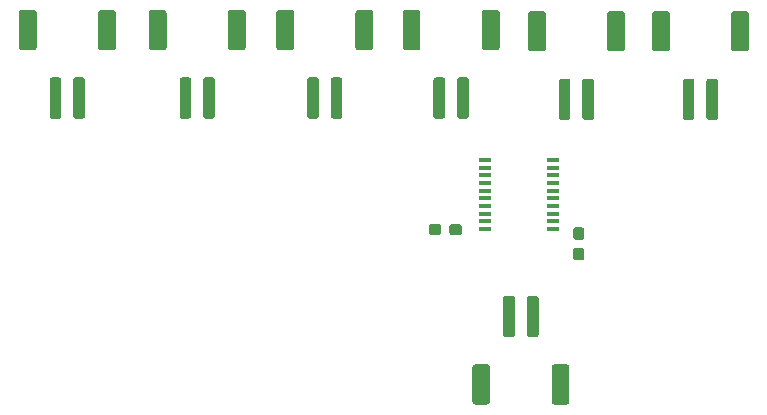
<source format=gtp>
G04 #@! TF.GenerationSoftware,KiCad,Pcbnew,(5.1.5-0)*
G04 #@! TF.CreationDate,2022-06-07T15:44:26-06:00*
G04 #@! TF.ProjectId,low_power_heater,6c6f775f-706f-4776-9572-5f6865617465,rev?*
G04 #@! TF.SameCoordinates,Original*
G04 #@! TF.FileFunction,Paste,Top*
G04 #@! TF.FilePolarity,Positive*
%FSLAX46Y46*%
G04 Gerber Fmt 4.6, Leading zero omitted, Abs format (unit mm)*
G04 Created by KiCad (PCBNEW (5.1.5-0)) date 2022-06-07 15:44:26*
%MOMM*%
%LPD*%
G04 APERTURE LIST*
%ADD10C,0.100000*%
%ADD11R,1.000000X0.400000*%
G04 APERTURE END LIST*
D10*
G36*
X73174504Y-69401204D02*
G01*
X73198773Y-69404804D01*
X73222571Y-69410765D01*
X73245671Y-69419030D01*
X73267849Y-69429520D01*
X73288893Y-69442133D01*
X73308598Y-69456747D01*
X73326777Y-69473223D01*
X73343253Y-69491402D01*
X73357867Y-69511107D01*
X73370480Y-69532151D01*
X73380970Y-69554329D01*
X73389235Y-69577429D01*
X73395196Y-69601227D01*
X73398796Y-69625496D01*
X73400000Y-69650000D01*
X73400000Y-72550000D01*
X73398796Y-72574504D01*
X73395196Y-72598773D01*
X73389235Y-72622571D01*
X73380970Y-72645671D01*
X73370480Y-72667849D01*
X73357867Y-72688893D01*
X73343253Y-72708598D01*
X73326777Y-72726777D01*
X73308598Y-72743253D01*
X73288893Y-72757867D01*
X73267849Y-72770480D01*
X73245671Y-72780970D01*
X73222571Y-72789235D01*
X73198773Y-72795196D01*
X73174504Y-72798796D01*
X73150000Y-72800000D01*
X72150000Y-72800000D01*
X72125496Y-72798796D01*
X72101227Y-72795196D01*
X72077429Y-72789235D01*
X72054329Y-72780970D01*
X72032151Y-72770480D01*
X72011107Y-72757867D01*
X71991402Y-72743253D01*
X71973223Y-72726777D01*
X71956747Y-72708598D01*
X71942133Y-72688893D01*
X71929520Y-72667849D01*
X71919030Y-72645671D01*
X71910765Y-72622571D01*
X71904804Y-72598773D01*
X71901204Y-72574504D01*
X71900000Y-72550000D01*
X71900000Y-69650000D01*
X71901204Y-69625496D01*
X71904804Y-69601227D01*
X71910765Y-69577429D01*
X71919030Y-69554329D01*
X71929520Y-69532151D01*
X71942133Y-69511107D01*
X71956747Y-69491402D01*
X71973223Y-69473223D01*
X71991402Y-69456747D01*
X72011107Y-69442133D01*
X72032151Y-69429520D01*
X72054329Y-69419030D01*
X72077429Y-69410765D01*
X72101227Y-69404804D01*
X72125496Y-69401204D01*
X72150000Y-69400000D01*
X73150000Y-69400000D01*
X73174504Y-69401204D01*
G37*
G36*
X79874504Y-69401204D02*
G01*
X79898773Y-69404804D01*
X79922571Y-69410765D01*
X79945671Y-69419030D01*
X79967849Y-69429520D01*
X79988893Y-69442133D01*
X80008598Y-69456747D01*
X80026777Y-69473223D01*
X80043253Y-69491402D01*
X80057867Y-69511107D01*
X80070480Y-69532151D01*
X80080970Y-69554329D01*
X80089235Y-69577429D01*
X80095196Y-69601227D01*
X80098796Y-69625496D01*
X80100000Y-69650000D01*
X80100000Y-72550000D01*
X80098796Y-72574504D01*
X80095196Y-72598773D01*
X80089235Y-72622571D01*
X80080970Y-72645671D01*
X80070480Y-72667849D01*
X80057867Y-72688893D01*
X80043253Y-72708598D01*
X80026777Y-72726777D01*
X80008598Y-72743253D01*
X79988893Y-72757867D01*
X79967849Y-72770480D01*
X79945671Y-72780970D01*
X79922571Y-72789235D01*
X79898773Y-72795196D01*
X79874504Y-72798796D01*
X79850000Y-72800000D01*
X78850000Y-72800000D01*
X78825496Y-72798796D01*
X78801227Y-72795196D01*
X78777429Y-72789235D01*
X78754329Y-72780970D01*
X78732151Y-72770480D01*
X78711107Y-72757867D01*
X78691402Y-72743253D01*
X78673223Y-72726777D01*
X78656747Y-72708598D01*
X78642133Y-72688893D01*
X78629520Y-72667849D01*
X78619030Y-72645671D01*
X78610765Y-72622571D01*
X78604804Y-72598773D01*
X78601204Y-72574504D01*
X78600000Y-72550000D01*
X78600000Y-69650000D01*
X78601204Y-69625496D01*
X78604804Y-69601227D01*
X78610765Y-69577429D01*
X78619030Y-69554329D01*
X78629520Y-69532151D01*
X78642133Y-69511107D01*
X78656747Y-69491402D01*
X78673223Y-69473223D01*
X78691402Y-69456747D01*
X78711107Y-69442133D01*
X78732151Y-69429520D01*
X78754329Y-69419030D01*
X78777429Y-69410765D01*
X78801227Y-69404804D01*
X78825496Y-69401204D01*
X78850000Y-69400000D01*
X79850000Y-69400000D01*
X79874504Y-69401204D01*
G37*
G36*
X75274504Y-75101204D02*
G01*
X75298773Y-75104804D01*
X75322571Y-75110765D01*
X75345671Y-75119030D01*
X75367849Y-75129520D01*
X75388893Y-75142133D01*
X75408598Y-75156747D01*
X75426777Y-75173223D01*
X75443253Y-75191402D01*
X75457867Y-75211107D01*
X75470480Y-75232151D01*
X75480970Y-75254329D01*
X75489235Y-75277429D01*
X75495196Y-75301227D01*
X75498796Y-75325496D01*
X75500000Y-75350000D01*
X75500000Y-78350000D01*
X75498796Y-78374504D01*
X75495196Y-78398773D01*
X75489235Y-78422571D01*
X75480970Y-78445671D01*
X75470480Y-78467849D01*
X75457867Y-78488893D01*
X75443253Y-78508598D01*
X75426777Y-78526777D01*
X75408598Y-78543253D01*
X75388893Y-78557867D01*
X75367849Y-78570480D01*
X75345671Y-78580970D01*
X75322571Y-78589235D01*
X75298773Y-78595196D01*
X75274504Y-78598796D01*
X75250000Y-78600000D01*
X74750000Y-78600000D01*
X74725496Y-78598796D01*
X74701227Y-78595196D01*
X74677429Y-78589235D01*
X74654329Y-78580970D01*
X74632151Y-78570480D01*
X74611107Y-78557867D01*
X74591402Y-78543253D01*
X74573223Y-78526777D01*
X74556747Y-78508598D01*
X74542133Y-78488893D01*
X74529520Y-78467849D01*
X74519030Y-78445671D01*
X74510765Y-78422571D01*
X74504804Y-78398773D01*
X74501204Y-78374504D01*
X74500000Y-78350000D01*
X74500000Y-75350000D01*
X74501204Y-75325496D01*
X74504804Y-75301227D01*
X74510765Y-75277429D01*
X74519030Y-75254329D01*
X74529520Y-75232151D01*
X74542133Y-75211107D01*
X74556747Y-75191402D01*
X74573223Y-75173223D01*
X74591402Y-75156747D01*
X74611107Y-75142133D01*
X74632151Y-75129520D01*
X74654329Y-75119030D01*
X74677429Y-75110765D01*
X74701227Y-75104804D01*
X74725496Y-75101204D01*
X74750000Y-75100000D01*
X75250000Y-75100000D01*
X75274504Y-75101204D01*
G37*
G36*
X77274504Y-75101204D02*
G01*
X77298773Y-75104804D01*
X77322571Y-75110765D01*
X77345671Y-75119030D01*
X77367849Y-75129520D01*
X77388893Y-75142133D01*
X77408598Y-75156747D01*
X77426777Y-75173223D01*
X77443253Y-75191402D01*
X77457867Y-75211107D01*
X77470480Y-75232151D01*
X77480970Y-75254329D01*
X77489235Y-75277429D01*
X77495196Y-75301227D01*
X77498796Y-75325496D01*
X77500000Y-75350000D01*
X77500000Y-78350000D01*
X77498796Y-78374504D01*
X77495196Y-78398773D01*
X77489235Y-78422571D01*
X77480970Y-78445671D01*
X77470480Y-78467849D01*
X77457867Y-78488893D01*
X77443253Y-78508598D01*
X77426777Y-78526777D01*
X77408598Y-78543253D01*
X77388893Y-78557867D01*
X77367849Y-78570480D01*
X77345671Y-78580970D01*
X77322571Y-78589235D01*
X77298773Y-78595196D01*
X77274504Y-78598796D01*
X77250000Y-78600000D01*
X76750000Y-78600000D01*
X76725496Y-78598796D01*
X76701227Y-78595196D01*
X76677429Y-78589235D01*
X76654329Y-78580970D01*
X76632151Y-78570480D01*
X76611107Y-78557867D01*
X76591402Y-78543253D01*
X76573223Y-78526777D01*
X76556747Y-78508598D01*
X76542133Y-78488893D01*
X76529520Y-78467849D01*
X76519030Y-78445671D01*
X76510765Y-78422571D01*
X76504804Y-78398773D01*
X76501204Y-78374504D01*
X76500000Y-78350000D01*
X76500000Y-75350000D01*
X76501204Y-75325496D01*
X76504804Y-75301227D01*
X76510765Y-75277429D01*
X76519030Y-75254329D01*
X76529520Y-75232151D01*
X76542133Y-75211107D01*
X76556747Y-75191402D01*
X76573223Y-75173223D01*
X76591402Y-75156747D01*
X76611107Y-75142133D01*
X76632151Y-75129520D01*
X76654329Y-75119030D01*
X76677429Y-75110765D01*
X76701227Y-75104804D01*
X76725496Y-75101204D01*
X76750000Y-75100000D01*
X77250000Y-75100000D01*
X77274504Y-75101204D01*
G37*
G36*
X84174504Y-69401204D02*
G01*
X84198773Y-69404804D01*
X84222571Y-69410765D01*
X84245671Y-69419030D01*
X84267849Y-69429520D01*
X84288893Y-69442133D01*
X84308598Y-69456747D01*
X84326777Y-69473223D01*
X84343253Y-69491402D01*
X84357867Y-69511107D01*
X84370480Y-69532151D01*
X84380970Y-69554329D01*
X84389235Y-69577429D01*
X84395196Y-69601227D01*
X84398796Y-69625496D01*
X84400000Y-69650000D01*
X84400000Y-72550000D01*
X84398796Y-72574504D01*
X84395196Y-72598773D01*
X84389235Y-72622571D01*
X84380970Y-72645671D01*
X84370480Y-72667849D01*
X84357867Y-72688893D01*
X84343253Y-72708598D01*
X84326777Y-72726777D01*
X84308598Y-72743253D01*
X84288893Y-72757867D01*
X84267849Y-72770480D01*
X84245671Y-72780970D01*
X84222571Y-72789235D01*
X84198773Y-72795196D01*
X84174504Y-72798796D01*
X84150000Y-72800000D01*
X83150000Y-72800000D01*
X83125496Y-72798796D01*
X83101227Y-72795196D01*
X83077429Y-72789235D01*
X83054329Y-72780970D01*
X83032151Y-72770480D01*
X83011107Y-72757867D01*
X82991402Y-72743253D01*
X82973223Y-72726777D01*
X82956747Y-72708598D01*
X82942133Y-72688893D01*
X82929520Y-72667849D01*
X82919030Y-72645671D01*
X82910765Y-72622571D01*
X82904804Y-72598773D01*
X82901204Y-72574504D01*
X82900000Y-72550000D01*
X82900000Y-69650000D01*
X82901204Y-69625496D01*
X82904804Y-69601227D01*
X82910765Y-69577429D01*
X82919030Y-69554329D01*
X82929520Y-69532151D01*
X82942133Y-69511107D01*
X82956747Y-69491402D01*
X82973223Y-69473223D01*
X82991402Y-69456747D01*
X83011107Y-69442133D01*
X83032151Y-69429520D01*
X83054329Y-69419030D01*
X83077429Y-69410765D01*
X83101227Y-69404804D01*
X83125496Y-69401204D01*
X83150000Y-69400000D01*
X84150000Y-69400000D01*
X84174504Y-69401204D01*
G37*
G36*
X90874504Y-69401204D02*
G01*
X90898773Y-69404804D01*
X90922571Y-69410765D01*
X90945671Y-69419030D01*
X90967849Y-69429520D01*
X90988893Y-69442133D01*
X91008598Y-69456747D01*
X91026777Y-69473223D01*
X91043253Y-69491402D01*
X91057867Y-69511107D01*
X91070480Y-69532151D01*
X91080970Y-69554329D01*
X91089235Y-69577429D01*
X91095196Y-69601227D01*
X91098796Y-69625496D01*
X91100000Y-69650000D01*
X91100000Y-72550000D01*
X91098796Y-72574504D01*
X91095196Y-72598773D01*
X91089235Y-72622571D01*
X91080970Y-72645671D01*
X91070480Y-72667849D01*
X91057867Y-72688893D01*
X91043253Y-72708598D01*
X91026777Y-72726777D01*
X91008598Y-72743253D01*
X90988893Y-72757867D01*
X90967849Y-72770480D01*
X90945671Y-72780970D01*
X90922571Y-72789235D01*
X90898773Y-72795196D01*
X90874504Y-72798796D01*
X90850000Y-72800000D01*
X89850000Y-72800000D01*
X89825496Y-72798796D01*
X89801227Y-72795196D01*
X89777429Y-72789235D01*
X89754329Y-72780970D01*
X89732151Y-72770480D01*
X89711107Y-72757867D01*
X89691402Y-72743253D01*
X89673223Y-72726777D01*
X89656747Y-72708598D01*
X89642133Y-72688893D01*
X89629520Y-72667849D01*
X89619030Y-72645671D01*
X89610765Y-72622571D01*
X89604804Y-72598773D01*
X89601204Y-72574504D01*
X89600000Y-72550000D01*
X89600000Y-69650000D01*
X89601204Y-69625496D01*
X89604804Y-69601227D01*
X89610765Y-69577429D01*
X89619030Y-69554329D01*
X89629520Y-69532151D01*
X89642133Y-69511107D01*
X89656747Y-69491402D01*
X89673223Y-69473223D01*
X89691402Y-69456747D01*
X89711107Y-69442133D01*
X89732151Y-69429520D01*
X89754329Y-69419030D01*
X89777429Y-69410765D01*
X89801227Y-69404804D01*
X89825496Y-69401204D01*
X89850000Y-69400000D01*
X90850000Y-69400000D01*
X90874504Y-69401204D01*
G37*
G36*
X86274504Y-75101204D02*
G01*
X86298773Y-75104804D01*
X86322571Y-75110765D01*
X86345671Y-75119030D01*
X86367849Y-75129520D01*
X86388893Y-75142133D01*
X86408598Y-75156747D01*
X86426777Y-75173223D01*
X86443253Y-75191402D01*
X86457867Y-75211107D01*
X86470480Y-75232151D01*
X86480970Y-75254329D01*
X86489235Y-75277429D01*
X86495196Y-75301227D01*
X86498796Y-75325496D01*
X86500000Y-75350000D01*
X86500000Y-78350000D01*
X86498796Y-78374504D01*
X86495196Y-78398773D01*
X86489235Y-78422571D01*
X86480970Y-78445671D01*
X86470480Y-78467849D01*
X86457867Y-78488893D01*
X86443253Y-78508598D01*
X86426777Y-78526777D01*
X86408598Y-78543253D01*
X86388893Y-78557867D01*
X86367849Y-78570480D01*
X86345671Y-78580970D01*
X86322571Y-78589235D01*
X86298773Y-78595196D01*
X86274504Y-78598796D01*
X86250000Y-78600000D01*
X85750000Y-78600000D01*
X85725496Y-78598796D01*
X85701227Y-78595196D01*
X85677429Y-78589235D01*
X85654329Y-78580970D01*
X85632151Y-78570480D01*
X85611107Y-78557867D01*
X85591402Y-78543253D01*
X85573223Y-78526777D01*
X85556747Y-78508598D01*
X85542133Y-78488893D01*
X85529520Y-78467849D01*
X85519030Y-78445671D01*
X85510765Y-78422571D01*
X85504804Y-78398773D01*
X85501204Y-78374504D01*
X85500000Y-78350000D01*
X85500000Y-75350000D01*
X85501204Y-75325496D01*
X85504804Y-75301227D01*
X85510765Y-75277429D01*
X85519030Y-75254329D01*
X85529520Y-75232151D01*
X85542133Y-75211107D01*
X85556747Y-75191402D01*
X85573223Y-75173223D01*
X85591402Y-75156747D01*
X85611107Y-75142133D01*
X85632151Y-75129520D01*
X85654329Y-75119030D01*
X85677429Y-75110765D01*
X85701227Y-75104804D01*
X85725496Y-75101204D01*
X85750000Y-75100000D01*
X86250000Y-75100000D01*
X86274504Y-75101204D01*
G37*
G36*
X88274504Y-75101204D02*
G01*
X88298773Y-75104804D01*
X88322571Y-75110765D01*
X88345671Y-75119030D01*
X88367849Y-75129520D01*
X88388893Y-75142133D01*
X88408598Y-75156747D01*
X88426777Y-75173223D01*
X88443253Y-75191402D01*
X88457867Y-75211107D01*
X88470480Y-75232151D01*
X88480970Y-75254329D01*
X88489235Y-75277429D01*
X88495196Y-75301227D01*
X88498796Y-75325496D01*
X88500000Y-75350000D01*
X88500000Y-78350000D01*
X88498796Y-78374504D01*
X88495196Y-78398773D01*
X88489235Y-78422571D01*
X88480970Y-78445671D01*
X88470480Y-78467849D01*
X88457867Y-78488893D01*
X88443253Y-78508598D01*
X88426777Y-78526777D01*
X88408598Y-78543253D01*
X88388893Y-78557867D01*
X88367849Y-78570480D01*
X88345671Y-78580970D01*
X88322571Y-78589235D01*
X88298773Y-78595196D01*
X88274504Y-78598796D01*
X88250000Y-78600000D01*
X87750000Y-78600000D01*
X87725496Y-78598796D01*
X87701227Y-78595196D01*
X87677429Y-78589235D01*
X87654329Y-78580970D01*
X87632151Y-78570480D01*
X87611107Y-78557867D01*
X87591402Y-78543253D01*
X87573223Y-78526777D01*
X87556747Y-78508598D01*
X87542133Y-78488893D01*
X87529520Y-78467849D01*
X87519030Y-78445671D01*
X87510765Y-78422571D01*
X87504804Y-78398773D01*
X87501204Y-78374504D01*
X87500000Y-78350000D01*
X87500000Y-75350000D01*
X87501204Y-75325496D01*
X87504804Y-75301227D01*
X87510765Y-75277429D01*
X87519030Y-75254329D01*
X87529520Y-75232151D01*
X87542133Y-75211107D01*
X87556747Y-75191402D01*
X87573223Y-75173223D01*
X87591402Y-75156747D01*
X87611107Y-75142133D01*
X87632151Y-75129520D01*
X87654329Y-75119030D01*
X87677429Y-75110765D01*
X87701227Y-75104804D01*
X87725496Y-75101204D01*
X87750000Y-75100000D01*
X88250000Y-75100000D01*
X88274504Y-75101204D01*
G37*
G36*
X94974504Y-69401204D02*
G01*
X94998773Y-69404804D01*
X95022571Y-69410765D01*
X95045671Y-69419030D01*
X95067849Y-69429520D01*
X95088893Y-69442133D01*
X95108598Y-69456747D01*
X95126777Y-69473223D01*
X95143253Y-69491402D01*
X95157867Y-69511107D01*
X95170480Y-69532151D01*
X95180970Y-69554329D01*
X95189235Y-69577429D01*
X95195196Y-69601227D01*
X95198796Y-69625496D01*
X95200000Y-69650000D01*
X95200000Y-72550000D01*
X95198796Y-72574504D01*
X95195196Y-72598773D01*
X95189235Y-72622571D01*
X95180970Y-72645671D01*
X95170480Y-72667849D01*
X95157867Y-72688893D01*
X95143253Y-72708598D01*
X95126777Y-72726777D01*
X95108598Y-72743253D01*
X95088893Y-72757867D01*
X95067849Y-72770480D01*
X95045671Y-72780970D01*
X95022571Y-72789235D01*
X94998773Y-72795196D01*
X94974504Y-72798796D01*
X94950000Y-72800000D01*
X93950000Y-72800000D01*
X93925496Y-72798796D01*
X93901227Y-72795196D01*
X93877429Y-72789235D01*
X93854329Y-72780970D01*
X93832151Y-72770480D01*
X93811107Y-72757867D01*
X93791402Y-72743253D01*
X93773223Y-72726777D01*
X93756747Y-72708598D01*
X93742133Y-72688893D01*
X93729520Y-72667849D01*
X93719030Y-72645671D01*
X93710765Y-72622571D01*
X93704804Y-72598773D01*
X93701204Y-72574504D01*
X93700000Y-72550000D01*
X93700000Y-69650000D01*
X93701204Y-69625496D01*
X93704804Y-69601227D01*
X93710765Y-69577429D01*
X93719030Y-69554329D01*
X93729520Y-69532151D01*
X93742133Y-69511107D01*
X93756747Y-69491402D01*
X93773223Y-69473223D01*
X93791402Y-69456747D01*
X93811107Y-69442133D01*
X93832151Y-69429520D01*
X93854329Y-69419030D01*
X93877429Y-69410765D01*
X93901227Y-69404804D01*
X93925496Y-69401204D01*
X93950000Y-69400000D01*
X94950000Y-69400000D01*
X94974504Y-69401204D01*
G37*
G36*
X101674504Y-69401204D02*
G01*
X101698773Y-69404804D01*
X101722571Y-69410765D01*
X101745671Y-69419030D01*
X101767849Y-69429520D01*
X101788893Y-69442133D01*
X101808598Y-69456747D01*
X101826777Y-69473223D01*
X101843253Y-69491402D01*
X101857867Y-69511107D01*
X101870480Y-69532151D01*
X101880970Y-69554329D01*
X101889235Y-69577429D01*
X101895196Y-69601227D01*
X101898796Y-69625496D01*
X101900000Y-69650000D01*
X101900000Y-72550000D01*
X101898796Y-72574504D01*
X101895196Y-72598773D01*
X101889235Y-72622571D01*
X101880970Y-72645671D01*
X101870480Y-72667849D01*
X101857867Y-72688893D01*
X101843253Y-72708598D01*
X101826777Y-72726777D01*
X101808598Y-72743253D01*
X101788893Y-72757867D01*
X101767849Y-72770480D01*
X101745671Y-72780970D01*
X101722571Y-72789235D01*
X101698773Y-72795196D01*
X101674504Y-72798796D01*
X101650000Y-72800000D01*
X100650000Y-72800000D01*
X100625496Y-72798796D01*
X100601227Y-72795196D01*
X100577429Y-72789235D01*
X100554329Y-72780970D01*
X100532151Y-72770480D01*
X100511107Y-72757867D01*
X100491402Y-72743253D01*
X100473223Y-72726777D01*
X100456747Y-72708598D01*
X100442133Y-72688893D01*
X100429520Y-72667849D01*
X100419030Y-72645671D01*
X100410765Y-72622571D01*
X100404804Y-72598773D01*
X100401204Y-72574504D01*
X100400000Y-72550000D01*
X100400000Y-69650000D01*
X100401204Y-69625496D01*
X100404804Y-69601227D01*
X100410765Y-69577429D01*
X100419030Y-69554329D01*
X100429520Y-69532151D01*
X100442133Y-69511107D01*
X100456747Y-69491402D01*
X100473223Y-69473223D01*
X100491402Y-69456747D01*
X100511107Y-69442133D01*
X100532151Y-69429520D01*
X100554329Y-69419030D01*
X100577429Y-69410765D01*
X100601227Y-69404804D01*
X100625496Y-69401204D01*
X100650000Y-69400000D01*
X101650000Y-69400000D01*
X101674504Y-69401204D01*
G37*
G36*
X97074504Y-75101204D02*
G01*
X97098773Y-75104804D01*
X97122571Y-75110765D01*
X97145671Y-75119030D01*
X97167849Y-75129520D01*
X97188893Y-75142133D01*
X97208598Y-75156747D01*
X97226777Y-75173223D01*
X97243253Y-75191402D01*
X97257867Y-75211107D01*
X97270480Y-75232151D01*
X97280970Y-75254329D01*
X97289235Y-75277429D01*
X97295196Y-75301227D01*
X97298796Y-75325496D01*
X97300000Y-75350000D01*
X97300000Y-78350000D01*
X97298796Y-78374504D01*
X97295196Y-78398773D01*
X97289235Y-78422571D01*
X97280970Y-78445671D01*
X97270480Y-78467849D01*
X97257867Y-78488893D01*
X97243253Y-78508598D01*
X97226777Y-78526777D01*
X97208598Y-78543253D01*
X97188893Y-78557867D01*
X97167849Y-78570480D01*
X97145671Y-78580970D01*
X97122571Y-78589235D01*
X97098773Y-78595196D01*
X97074504Y-78598796D01*
X97050000Y-78600000D01*
X96550000Y-78600000D01*
X96525496Y-78598796D01*
X96501227Y-78595196D01*
X96477429Y-78589235D01*
X96454329Y-78580970D01*
X96432151Y-78570480D01*
X96411107Y-78557867D01*
X96391402Y-78543253D01*
X96373223Y-78526777D01*
X96356747Y-78508598D01*
X96342133Y-78488893D01*
X96329520Y-78467849D01*
X96319030Y-78445671D01*
X96310765Y-78422571D01*
X96304804Y-78398773D01*
X96301204Y-78374504D01*
X96300000Y-78350000D01*
X96300000Y-75350000D01*
X96301204Y-75325496D01*
X96304804Y-75301227D01*
X96310765Y-75277429D01*
X96319030Y-75254329D01*
X96329520Y-75232151D01*
X96342133Y-75211107D01*
X96356747Y-75191402D01*
X96373223Y-75173223D01*
X96391402Y-75156747D01*
X96411107Y-75142133D01*
X96432151Y-75129520D01*
X96454329Y-75119030D01*
X96477429Y-75110765D01*
X96501227Y-75104804D01*
X96525496Y-75101204D01*
X96550000Y-75100000D01*
X97050000Y-75100000D01*
X97074504Y-75101204D01*
G37*
G36*
X99074504Y-75101204D02*
G01*
X99098773Y-75104804D01*
X99122571Y-75110765D01*
X99145671Y-75119030D01*
X99167849Y-75129520D01*
X99188893Y-75142133D01*
X99208598Y-75156747D01*
X99226777Y-75173223D01*
X99243253Y-75191402D01*
X99257867Y-75211107D01*
X99270480Y-75232151D01*
X99280970Y-75254329D01*
X99289235Y-75277429D01*
X99295196Y-75301227D01*
X99298796Y-75325496D01*
X99300000Y-75350000D01*
X99300000Y-78350000D01*
X99298796Y-78374504D01*
X99295196Y-78398773D01*
X99289235Y-78422571D01*
X99280970Y-78445671D01*
X99270480Y-78467849D01*
X99257867Y-78488893D01*
X99243253Y-78508598D01*
X99226777Y-78526777D01*
X99208598Y-78543253D01*
X99188893Y-78557867D01*
X99167849Y-78570480D01*
X99145671Y-78580970D01*
X99122571Y-78589235D01*
X99098773Y-78595196D01*
X99074504Y-78598796D01*
X99050000Y-78600000D01*
X98550000Y-78600000D01*
X98525496Y-78598796D01*
X98501227Y-78595196D01*
X98477429Y-78589235D01*
X98454329Y-78580970D01*
X98432151Y-78570480D01*
X98411107Y-78557867D01*
X98391402Y-78543253D01*
X98373223Y-78526777D01*
X98356747Y-78508598D01*
X98342133Y-78488893D01*
X98329520Y-78467849D01*
X98319030Y-78445671D01*
X98310765Y-78422571D01*
X98304804Y-78398773D01*
X98301204Y-78374504D01*
X98300000Y-78350000D01*
X98300000Y-75350000D01*
X98301204Y-75325496D01*
X98304804Y-75301227D01*
X98310765Y-75277429D01*
X98319030Y-75254329D01*
X98329520Y-75232151D01*
X98342133Y-75211107D01*
X98356747Y-75191402D01*
X98373223Y-75173223D01*
X98391402Y-75156747D01*
X98411107Y-75142133D01*
X98432151Y-75129520D01*
X98454329Y-75119030D01*
X98477429Y-75110765D01*
X98501227Y-75104804D01*
X98525496Y-75101204D01*
X98550000Y-75100000D01*
X99050000Y-75100000D01*
X99074504Y-75101204D01*
G37*
G36*
X105674504Y-69401204D02*
G01*
X105698773Y-69404804D01*
X105722571Y-69410765D01*
X105745671Y-69419030D01*
X105767849Y-69429520D01*
X105788893Y-69442133D01*
X105808598Y-69456747D01*
X105826777Y-69473223D01*
X105843253Y-69491402D01*
X105857867Y-69511107D01*
X105870480Y-69532151D01*
X105880970Y-69554329D01*
X105889235Y-69577429D01*
X105895196Y-69601227D01*
X105898796Y-69625496D01*
X105900000Y-69650000D01*
X105900000Y-72550000D01*
X105898796Y-72574504D01*
X105895196Y-72598773D01*
X105889235Y-72622571D01*
X105880970Y-72645671D01*
X105870480Y-72667849D01*
X105857867Y-72688893D01*
X105843253Y-72708598D01*
X105826777Y-72726777D01*
X105808598Y-72743253D01*
X105788893Y-72757867D01*
X105767849Y-72770480D01*
X105745671Y-72780970D01*
X105722571Y-72789235D01*
X105698773Y-72795196D01*
X105674504Y-72798796D01*
X105650000Y-72800000D01*
X104650000Y-72800000D01*
X104625496Y-72798796D01*
X104601227Y-72795196D01*
X104577429Y-72789235D01*
X104554329Y-72780970D01*
X104532151Y-72770480D01*
X104511107Y-72757867D01*
X104491402Y-72743253D01*
X104473223Y-72726777D01*
X104456747Y-72708598D01*
X104442133Y-72688893D01*
X104429520Y-72667849D01*
X104419030Y-72645671D01*
X104410765Y-72622571D01*
X104404804Y-72598773D01*
X104401204Y-72574504D01*
X104400000Y-72550000D01*
X104400000Y-69650000D01*
X104401204Y-69625496D01*
X104404804Y-69601227D01*
X104410765Y-69577429D01*
X104419030Y-69554329D01*
X104429520Y-69532151D01*
X104442133Y-69511107D01*
X104456747Y-69491402D01*
X104473223Y-69473223D01*
X104491402Y-69456747D01*
X104511107Y-69442133D01*
X104532151Y-69429520D01*
X104554329Y-69419030D01*
X104577429Y-69410765D01*
X104601227Y-69404804D01*
X104625496Y-69401204D01*
X104650000Y-69400000D01*
X105650000Y-69400000D01*
X105674504Y-69401204D01*
G37*
G36*
X112374504Y-69401204D02*
G01*
X112398773Y-69404804D01*
X112422571Y-69410765D01*
X112445671Y-69419030D01*
X112467849Y-69429520D01*
X112488893Y-69442133D01*
X112508598Y-69456747D01*
X112526777Y-69473223D01*
X112543253Y-69491402D01*
X112557867Y-69511107D01*
X112570480Y-69532151D01*
X112580970Y-69554329D01*
X112589235Y-69577429D01*
X112595196Y-69601227D01*
X112598796Y-69625496D01*
X112600000Y-69650000D01*
X112600000Y-72550000D01*
X112598796Y-72574504D01*
X112595196Y-72598773D01*
X112589235Y-72622571D01*
X112580970Y-72645671D01*
X112570480Y-72667849D01*
X112557867Y-72688893D01*
X112543253Y-72708598D01*
X112526777Y-72726777D01*
X112508598Y-72743253D01*
X112488893Y-72757867D01*
X112467849Y-72770480D01*
X112445671Y-72780970D01*
X112422571Y-72789235D01*
X112398773Y-72795196D01*
X112374504Y-72798796D01*
X112350000Y-72800000D01*
X111350000Y-72800000D01*
X111325496Y-72798796D01*
X111301227Y-72795196D01*
X111277429Y-72789235D01*
X111254329Y-72780970D01*
X111232151Y-72770480D01*
X111211107Y-72757867D01*
X111191402Y-72743253D01*
X111173223Y-72726777D01*
X111156747Y-72708598D01*
X111142133Y-72688893D01*
X111129520Y-72667849D01*
X111119030Y-72645671D01*
X111110765Y-72622571D01*
X111104804Y-72598773D01*
X111101204Y-72574504D01*
X111100000Y-72550000D01*
X111100000Y-69650000D01*
X111101204Y-69625496D01*
X111104804Y-69601227D01*
X111110765Y-69577429D01*
X111119030Y-69554329D01*
X111129520Y-69532151D01*
X111142133Y-69511107D01*
X111156747Y-69491402D01*
X111173223Y-69473223D01*
X111191402Y-69456747D01*
X111211107Y-69442133D01*
X111232151Y-69429520D01*
X111254329Y-69419030D01*
X111277429Y-69410765D01*
X111301227Y-69404804D01*
X111325496Y-69401204D01*
X111350000Y-69400000D01*
X112350000Y-69400000D01*
X112374504Y-69401204D01*
G37*
G36*
X107774504Y-75101204D02*
G01*
X107798773Y-75104804D01*
X107822571Y-75110765D01*
X107845671Y-75119030D01*
X107867849Y-75129520D01*
X107888893Y-75142133D01*
X107908598Y-75156747D01*
X107926777Y-75173223D01*
X107943253Y-75191402D01*
X107957867Y-75211107D01*
X107970480Y-75232151D01*
X107980970Y-75254329D01*
X107989235Y-75277429D01*
X107995196Y-75301227D01*
X107998796Y-75325496D01*
X108000000Y-75350000D01*
X108000000Y-78350000D01*
X107998796Y-78374504D01*
X107995196Y-78398773D01*
X107989235Y-78422571D01*
X107980970Y-78445671D01*
X107970480Y-78467849D01*
X107957867Y-78488893D01*
X107943253Y-78508598D01*
X107926777Y-78526777D01*
X107908598Y-78543253D01*
X107888893Y-78557867D01*
X107867849Y-78570480D01*
X107845671Y-78580970D01*
X107822571Y-78589235D01*
X107798773Y-78595196D01*
X107774504Y-78598796D01*
X107750000Y-78600000D01*
X107250000Y-78600000D01*
X107225496Y-78598796D01*
X107201227Y-78595196D01*
X107177429Y-78589235D01*
X107154329Y-78580970D01*
X107132151Y-78570480D01*
X107111107Y-78557867D01*
X107091402Y-78543253D01*
X107073223Y-78526777D01*
X107056747Y-78508598D01*
X107042133Y-78488893D01*
X107029520Y-78467849D01*
X107019030Y-78445671D01*
X107010765Y-78422571D01*
X107004804Y-78398773D01*
X107001204Y-78374504D01*
X107000000Y-78350000D01*
X107000000Y-75350000D01*
X107001204Y-75325496D01*
X107004804Y-75301227D01*
X107010765Y-75277429D01*
X107019030Y-75254329D01*
X107029520Y-75232151D01*
X107042133Y-75211107D01*
X107056747Y-75191402D01*
X107073223Y-75173223D01*
X107091402Y-75156747D01*
X107111107Y-75142133D01*
X107132151Y-75129520D01*
X107154329Y-75119030D01*
X107177429Y-75110765D01*
X107201227Y-75104804D01*
X107225496Y-75101204D01*
X107250000Y-75100000D01*
X107750000Y-75100000D01*
X107774504Y-75101204D01*
G37*
G36*
X109774504Y-75101204D02*
G01*
X109798773Y-75104804D01*
X109822571Y-75110765D01*
X109845671Y-75119030D01*
X109867849Y-75129520D01*
X109888893Y-75142133D01*
X109908598Y-75156747D01*
X109926777Y-75173223D01*
X109943253Y-75191402D01*
X109957867Y-75211107D01*
X109970480Y-75232151D01*
X109980970Y-75254329D01*
X109989235Y-75277429D01*
X109995196Y-75301227D01*
X109998796Y-75325496D01*
X110000000Y-75350000D01*
X110000000Y-78350000D01*
X109998796Y-78374504D01*
X109995196Y-78398773D01*
X109989235Y-78422571D01*
X109980970Y-78445671D01*
X109970480Y-78467849D01*
X109957867Y-78488893D01*
X109943253Y-78508598D01*
X109926777Y-78526777D01*
X109908598Y-78543253D01*
X109888893Y-78557867D01*
X109867849Y-78570480D01*
X109845671Y-78580970D01*
X109822571Y-78589235D01*
X109798773Y-78595196D01*
X109774504Y-78598796D01*
X109750000Y-78600000D01*
X109250000Y-78600000D01*
X109225496Y-78598796D01*
X109201227Y-78595196D01*
X109177429Y-78589235D01*
X109154329Y-78580970D01*
X109132151Y-78570480D01*
X109111107Y-78557867D01*
X109091402Y-78543253D01*
X109073223Y-78526777D01*
X109056747Y-78508598D01*
X109042133Y-78488893D01*
X109029520Y-78467849D01*
X109019030Y-78445671D01*
X109010765Y-78422571D01*
X109004804Y-78398773D01*
X109001204Y-78374504D01*
X109000000Y-78350000D01*
X109000000Y-75350000D01*
X109001204Y-75325496D01*
X109004804Y-75301227D01*
X109010765Y-75277429D01*
X109019030Y-75254329D01*
X109029520Y-75232151D01*
X109042133Y-75211107D01*
X109056747Y-75191402D01*
X109073223Y-75173223D01*
X109091402Y-75156747D01*
X109111107Y-75142133D01*
X109132151Y-75129520D01*
X109154329Y-75119030D01*
X109177429Y-75110765D01*
X109201227Y-75104804D01*
X109225496Y-75101204D01*
X109250000Y-75100000D01*
X109750000Y-75100000D01*
X109774504Y-75101204D01*
G37*
G36*
X116274504Y-69501204D02*
G01*
X116298773Y-69504804D01*
X116322571Y-69510765D01*
X116345671Y-69519030D01*
X116367849Y-69529520D01*
X116388893Y-69542133D01*
X116408598Y-69556747D01*
X116426777Y-69573223D01*
X116443253Y-69591402D01*
X116457867Y-69611107D01*
X116470480Y-69632151D01*
X116480970Y-69654329D01*
X116489235Y-69677429D01*
X116495196Y-69701227D01*
X116498796Y-69725496D01*
X116500000Y-69750000D01*
X116500000Y-72650000D01*
X116498796Y-72674504D01*
X116495196Y-72698773D01*
X116489235Y-72722571D01*
X116480970Y-72745671D01*
X116470480Y-72767849D01*
X116457867Y-72788893D01*
X116443253Y-72808598D01*
X116426777Y-72826777D01*
X116408598Y-72843253D01*
X116388893Y-72857867D01*
X116367849Y-72870480D01*
X116345671Y-72880970D01*
X116322571Y-72889235D01*
X116298773Y-72895196D01*
X116274504Y-72898796D01*
X116250000Y-72900000D01*
X115250000Y-72900000D01*
X115225496Y-72898796D01*
X115201227Y-72895196D01*
X115177429Y-72889235D01*
X115154329Y-72880970D01*
X115132151Y-72870480D01*
X115111107Y-72857867D01*
X115091402Y-72843253D01*
X115073223Y-72826777D01*
X115056747Y-72808598D01*
X115042133Y-72788893D01*
X115029520Y-72767849D01*
X115019030Y-72745671D01*
X115010765Y-72722571D01*
X115004804Y-72698773D01*
X115001204Y-72674504D01*
X115000000Y-72650000D01*
X115000000Y-69750000D01*
X115001204Y-69725496D01*
X115004804Y-69701227D01*
X115010765Y-69677429D01*
X115019030Y-69654329D01*
X115029520Y-69632151D01*
X115042133Y-69611107D01*
X115056747Y-69591402D01*
X115073223Y-69573223D01*
X115091402Y-69556747D01*
X115111107Y-69542133D01*
X115132151Y-69529520D01*
X115154329Y-69519030D01*
X115177429Y-69510765D01*
X115201227Y-69504804D01*
X115225496Y-69501204D01*
X115250000Y-69500000D01*
X116250000Y-69500000D01*
X116274504Y-69501204D01*
G37*
G36*
X122974504Y-69501204D02*
G01*
X122998773Y-69504804D01*
X123022571Y-69510765D01*
X123045671Y-69519030D01*
X123067849Y-69529520D01*
X123088893Y-69542133D01*
X123108598Y-69556747D01*
X123126777Y-69573223D01*
X123143253Y-69591402D01*
X123157867Y-69611107D01*
X123170480Y-69632151D01*
X123180970Y-69654329D01*
X123189235Y-69677429D01*
X123195196Y-69701227D01*
X123198796Y-69725496D01*
X123200000Y-69750000D01*
X123200000Y-72650000D01*
X123198796Y-72674504D01*
X123195196Y-72698773D01*
X123189235Y-72722571D01*
X123180970Y-72745671D01*
X123170480Y-72767849D01*
X123157867Y-72788893D01*
X123143253Y-72808598D01*
X123126777Y-72826777D01*
X123108598Y-72843253D01*
X123088893Y-72857867D01*
X123067849Y-72870480D01*
X123045671Y-72880970D01*
X123022571Y-72889235D01*
X122998773Y-72895196D01*
X122974504Y-72898796D01*
X122950000Y-72900000D01*
X121950000Y-72900000D01*
X121925496Y-72898796D01*
X121901227Y-72895196D01*
X121877429Y-72889235D01*
X121854329Y-72880970D01*
X121832151Y-72870480D01*
X121811107Y-72857867D01*
X121791402Y-72843253D01*
X121773223Y-72826777D01*
X121756747Y-72808598D01*
X121742133Y-72788893D01*
X121729520Y-72767849D01*
X121719030Y-72745671D01*
X121710765Y-72722571D01*
X121704804Y-72698773D01*
X121701204Y-72674504D01*
X121700000Y-72650000D01*
X121700000Y-69750000D01*
X121701204Y-69725496D01*
X121704804Y-69701227D01*
X121710765Y-69677429D01*
X121719030Y-69654329D01*
X121729520Y-69632151D01*
X121742133Y-69611107D01*
X121756747Y-69591402D01*
X121773223Y-69573223D01*
X121791402Y-69556747D01*
X121811107Y-69542133D01*
X121832151Y-69529520D01*
X121854329Y-69519030D01*
X121877429Y-69510765D01*
X121901227Y-69504804D01*
X121925496Y-69501204D01*
X121950000Y-69500000D01*
X122950000Y-69500000D01*
X122974504Y-69501204D01*
G37*
G36*
X118374504Y-75201204D02*
G01*
X118398773Y-75204804D01*
X118422571Y-75210765D01*
X118445671Y-75219030D01*
X118467849Y-75229520D01*
X118488893Y-75242133D01*
X118508598Y-75256747D01*
X118526777Y-75273223D01*
X118543253Y-75291402D01*
X118557867Y-75311107D01*
X118570480Y-75332151D01*
X118580970Y-75354329D01*
X118589235Y-75377429D01*
X118595196Y-75401227D01*
X118598796Y-75425496D01*
X118600000Y-75450000D01*
X118600000Y-78450000D01*
X118598796Y-78474504D01*
X118595196Y-78498773D01*
X118589235Y-78522571D01*
X118580970Y-78545671D01*
X118570480Y-78567849D01*
X118557867Y-78588893D01*
X118543253Y-78608598D01*
X118526777Y-78626777D01*
X118508598Y-78643253D01*
X118488893Y-78657867D01*
X118467849Y-78670480D01*
X118445671Y-78680970D01*
X118422571Y-78689235D01*
X118398773Y-78695196D01*
X118374504Y-78698796D01*
X118350000Y-78700000D01*
X117850000Y-78700000D01*
X117825496Y-78698796D01*
X117801227Y-78695196D01*
X117777429Y-78689235D01*
X117754329Y-78680970D01*
X117732151Y-78670480D01*
X117711107Y-78657867D01*
X117691402Y-78643253D01*
X117673223Y-78626777D01*
X117656747Y-78608598D01*
X117642133Y-78588893D01*
X117629520Y-78567849D01*
X117619030Y-78545671D01*
X117610765Y-78522571D01*
X117604804Y-78498773D01*
X117601204Y-78474504D01*
X117600000Y-78450000D01*
X117600000Y-75450000D01*
X117601204Y-75425496D01*
X117604804Y-75401227D01*
X117610765Y-75377429D01*
X117619030Y-75354329D01*
X117629520Y-75332151D01*
X117642133Y-75311107D01*
X117656747Y-75291402D01*
X117673223Y-75273223D01*
X117691402Y-75256747D01*
X117711107Y-75242133D01*
X117732151Y-75229520D01*
X117754329Y-75219030D01*
X117777429Y-75210765D01*
X117801227Y-75204804D01*
X117825496Y-75201204D01*
X117850000Y-75200000D01*
X118350000Y-75200000D01*
X118374504Y-75201204D01*
G37*
G36*
X120374504Y-75201204D02*
G01*
X120398773Y-75204804D01*
X120422571Y-75210765D01*
X120445671Y-75219030D01*
X120467849Y-75229520D01*
X120488893Y-75242133D01*
X120508598Y-75256747D01*
X120526777Y-75273223D01*
X120543253Y-75291402D01*
X120557867Y-75311107D01*
X120570480Y-75332151D01*
X120580970Y-75354329D01*
X120589235Y-75377429D01*
X120595196Y-75401227D01*
X120598796Y-75425496D01*
X120600000Y-75450000D01*
X120600000Y-78450000D01*
X120598796Y-78474504D01*
X120595196Y-78498773D01*
X120589235Y-78522571D01*
X120580970Y-78545671D01*
X120570480Y-78567849D01*
X120557867Y-78588893D01*
X120543253Y-78608598D01*
X120526777Y-78626777D01*
X120508598Y-78643253D01*
X120488893Y-78657867D01*
X120467849Y-78670480D01*
X120445671Y-78680970D01*
X120422571Y-78689235D01*
X120398773Y-78695196D01*
X120374504Y-78698796D01*
X120350000Y-78700000D01*
X119850000Y-78700000D01*
X119825496Y-78698796D01*
X119801227Y-78695196D01*
X119777429Y-78689235D01*
X119754329Y-78680970D01*
X119732151Y-78670480D01*
X119711107Y-78657867D01*
X119691402Y-78643253D01*
X119673223Y-78626777D01*
X119656747Y-78608598D01*
X119642133Y-78588893D01*
X119629520Y-78567849D01*
X119619030Y-78545671D01*
X119610765Y-78522571D01*
X119604804Y-78498773D01*
X119601204Y-78474504D01*
X119600000Y-78450000D01*
X119600000Y-75450000D01*
X119601204Y-75425496D01*
X119604804Y-75401227D01*
X119610765Y-75377429D01*
X119619030Y-75354329D01*
X119629520Y-75332151D01*
X119642133Y-75311107D01*
X119656747Y-75291402D01*
X119673223Y-75273223D01*
X119691402Y-75256747D01*
X119711107Y-75242133D01*
X119732151Y-75229520D01*
X119754329Y-75219030D01*
X119777429Y-75210765D01*
X119801227Y-75204804D01*
X119825496Y-75201204D01*
X119850000Y-75200000D01*
X120350000Y-75200000D01*
X120374504Y-75201204D01*
G37*
G36*
X126774504Y-69501204D02*
G01*
X126798773Y-69504804D01*
X126822571Y-69510765D01*
X126845671Y-69519030D01*
X126867849Y-69529520D01*
X126888893Y-69542133D01*
X126908598Y-69556747D01*
X126926777Y-69573223D01*
X126943253Y-69591402D01*
X126957867Y-69611107D01*
X126970480Y-69632151D01*
X126980970Y-69654329D01*
X126989235Y-69677429D01*
X126995196Y-69701227D01*
X126998796Y-69725496D01*
X127000000Y-69750000D01*
X127000000Y-72650000D01*
X126998796Y-72674504D01*
X126995196Y-72698773D01*
X126989235Y-72722571D01*
X126980970Y-72745671D01*
X126970480Y-72767849D01*
X126957867Y-72788893D01*
X126943253Y-72808598D01*
X126926777Y-72826777D01*
X126908598Y-72843253D01*
X126888893Y-72857867D01*
X126867849Y-72870480D01*
X126845671Y-72880970D01*
X126822571Y-72889235D01*
X126798773Y-72895196D01*
X126774504Y-72898796D01*
X126750000Y-72900000D01*
X125750000Y-72900000D01*
X125725496Y-72898796D01*
X125701227Y-72895196D01*
X125677429Y-72889235D01*
X125654329Y-72880970D01*
X125632151Y-72870480D01*
X125611107Y-72857867D01*
X125591402Y-72843253D01*
X125573223Y-72826777D01*
X125556747Y-72808598D01*
X125542133Y-72788893D01*
X125529520Y-72767849D01*
X125519030Y-72745671D01*
X125510765Y-72722571D01*
X125504804Y-72698773D01*
X125501204Y-72674504D01*
X125500000Y-72650000D01*
X125500000Y-69750000D01*
X125501204Y-69725496D01*
X125504804Y-69701227D01*
X125510765Y-69677429D01*
X125519030Y-69654329D01*
X125529520Y-69632151D01*
X125542133Y-69611107D01*
X125556747Y-69591402D01*
X125573223Y-69573223D01*
X125591402Y-69556747D01*
X125611107Y-69542133D01*
X125632151Y-69529520D01*
X125654329Y-69519030D01*
X125677429Y-69510765D01*
X125701227Y-69504804D01*
X125725496Y-69501204D01*
X125750000Y-69500000D01*
X126750000Y-69500000D01*
X126774504Y-69501204D01*
G37*
G36*
X133474504Y-69501204D02*
G01*
X133498773Y-69504804D01*
X133522571Y-69510765D01*
X133545671Y-69519030D01*
X133567849Y-69529520D01*
X133588893Y-69542133D01*
X133608598Y-69556747D01*
X133626777Y-69573223D01*
X133643253Y-69591402D01*
X133657867Y-69611107D01*
X133670480Y-69632151D01*
X133680970Y-69654329D01*
X133689235Y-69677429D01*
X133695196Y-69701227D01*
X133698796Y-69725496D01*
X133700000Y-69750000D01*
X133700000Y-72650000D01*
X133698796Y-72674504D01*
X133695196Y-72698773D01*
X133689235Y-72722571D01*
X133680970Y-72745671D01*
X133670480Y-72767849D01*
X133657867Y-72788893D01*
X133643253Y-72808598D01*
X133626777Y-72826777D01*
X133608598Y-72843253D01*
X133588893Y-72857867D01*
X133567849Y-72870480D01*
X133545671Y-72880970D01*
X133522571Y-72889235D01*
X133498773Y-72895196D01*
X133474504Y-72898796D01*
X133450000Y-72900000D01*
X132450000Y-72900000D01*
X132425496Y-72898796D01*
X132401227Y-72895196D01*
X132377429Y-72889235D01*
X132354329Y-72880970D01*
X132332151Y-72870480D01*
X132311107Y-72857867D01*
X132291402Y-72843253D01*
X132273223Y-72826777D01*
X132256747Y-72808598D01*
X132242133Y-72788893D01*
X132229520Y-72767849D01*
X132219030Y-72745671D01*
X132210765Y-72722571D01*
X132204804Y-72698773D01*
X132201204Y-72674504D01*
X132200000Y-72650000D01*
X132200000Y-69750000D01*
X132201204Y-69725496D01*
X132204804Y-69701227D01*
X132210765Y-69677429D01*
X132219030Y-69654329D01*
X132229520Y-69632151D01*
X132242133Y-69611107D01*
X132256747Y-69591402D01*
X132273223Y-69573223D01*
X132291402Y-69556747D01*
X132311107Y-69542133D01*
X132332151Y-69529520D01*
X132354329Y-69519030D01*
X132377429Y-69510765D01*
X132401227Y-69504804D01*
X132425496Y-69501204D01*
X132450000Y-69500000D01*
X133450000Y-69500000D01*
X133474504Y-69501204D01*
G37*
G36*
X128874504Y-75201204D02*
G01*
X128898773Y-75204804D01*
X128922571Y-75210765D01*
X128945671Y-75219030D01*
X128967849Y-75229520D01*
X128988893Y-75242133D01*
X129008598Y-75256747D01*
X129026777Y-75273223D01*
X129043253Y-75291402D01*
X129057867Y-75311107D01*
X129070480Y-75332151D01*
X129080970Y-75354329D01*
X129089235Y-75377429D01*
X129095196Y-75401227D01*
X129098796Y-75425496D01*
X129100000Y-75450000D01*
X129100000Y-78450000D01*
X129098796Y-78474504D01*
X129095196Y-78498773D01*
X129089235Y-78522571D01*
X129080970Y-78545671D01*
X129070480Y-78567849D01*
X129057867Y-78588893D01*
X129043253Y-78608598D01*
X129026777Y-78626777D01*
X129008598Y-78643253D01*
X128988893Y-78657867D01*
X128967849Y-78670480D01*
X128945671Y-78680970D01*
X128922571Y-78689235D01*
X128898773Y-78695196D01*
X128874504Y-78698796D01*
X128850000Y-78700000D01*
X128350000Y-78700000D01*
X128325496Y-78698796D01*
X128301227Y-78695196D01*
X128277429Y-78689235D01*
X128254329Y-78680970D01*
X128232151Y-78670480D01*
X128211107Y-78657867D01*
X128191402Y-78643253D01*
X128173223Y-78626777D01*
X128156747Y-78608598D01*
X128142133Y-78588893D01*
X128129520Y-78567849D01*
X128119030Y-78545671D01*
X128110765Y-78522571D01*
X128104804Y-78498773D01*
X128101204Y-78474504D01*
X128100000Y-78450000D01*
X128100000Y-75450000D01*
X128101204Y-75425496D01*
X128104804Y-75401227D01*
X128110765Y-75377429D01*
X128119030Y-75354329D01*
X128129520Y-75332151D01*
X128142133Y-75311107D01*
X128156747Y-75291402D01*
X128173223Y-75273223D01*
X128191402Y-75256747D01*
X128211107Y-75242133D01*
X128232151Y-75229520D01*
X128254329Y-75219030D01*
X128277429Y-75210765D01*
X128301227Y-75204804D01*
X128325496Y-75201204D01*
X128350000Y-75200000D01*
X128850000Y-75200000D01*
X128874504Y-75201204D01*
G37*
G36*
X130874504Y-75201204D02*
G01*
X130898773Y-75204804D01*
X130922571Y-75210765D01*
X130945671Y-75219030D01*
X130967849Y-75229520D01*
X130988893Y-75242133D01*
X131008598Y-75256747D01*
X131026777Y-75273223D01*
X131043253Y-75291402D01*
X131057867Y-75311107D01*
X131070480Y-75332151D01*
X131080970Y-75354329D01*
X131089235Y-75377429D01*
X131095196Y-75401227D01*
X131098796Y-75425496D01*
X131100000Y-75450000D01*
X131100000Y-78450000D01*
X131098796Y-78474504D01*
X131095196Y-78498773D01*
X131089235Y-78522571D01*
X131080970Y-78545671D01*
X131070480Y-78567849D01*
X131057867Y-78588893D01*
X131043253Y-78608598D01*
X131026777Y-78626777D01*
X131008598Y-78643253D01*
X130988893Y-78657867D01*
X130967849Y-78670480D01*
X130945671Y-78680970D01*
X130922571Y-78689235D01*
X130898773Y-78695196D01*
X130874504Y-78698796D01*
X130850000Y-78700000D01*
X130350000Y-78700000D01*
X130325496Y-78698796D01*
X130301227Y-78695196D01*
X130277429Y-78689235D01*
X130254329Y-78680970D01*
X130232151Y-78670480D01*
X130211107Y-78657867D01*
X130191402Y-78643253D01*
X130173223Y-78626777D01*
X130156747Y-78608598D01*
X130142133Y-78588893D01*
X130129520Y-78567849D01*
X130119030Y-78545671D01*
X130110765Y-78522571D01*
X130104804Y-78498773D01*
X130101204Y-78474504D01*
X130100000Y-78450000D01*
X130100000Y-75450000D01*
X130101204Y-75425496D01*
X130104804Y-75401227D01*
X130110765Y-75377429D01*
X130119030Y-75354329D01*
X130129520Y-75332151D01*
X130142133Y-75311107D01*
X130156747Y-75291402D01*
X130173223Y-75273223D01*
X130191402Y-75256747D01*
X130211107Y-75242133D01*
X130232151Y-75229520D01*
X130254329Y-75219030D01*
X130277429Y-75210765D01*
X130301227Y-75204804D01*
X130325496Y-75201204D01*
X130350000Y-75200000D01*
X130850000Y-75200000D01*
X130874504Y-75201204D01*
G37*
G36*
X118274504Y-99401204D02*
G01*
X118298773Y-99404804D01*
X118322571Y-99410765D01*
X118345671Y-99419030D01*
X118367849Y-99429520D01*
X118388893Y-99442133D01*
X118408598Y-99456747D01*
X118426777Y-99473223D01*
X118443253Y-99491402D01*
X118457867Y-99511107D01*
X118470480Y-99532151D01*
X118480970Y-99554329D01*
X118489235Y-99577429D01*
X118495196Y-99601227D01*
X118498796Y-99625496D01*
X118500000Y-99650000D01*
X118500000Y-102550000D01*
X118498796Y-102574504D01*
X118495196Y-102598773D01*
X118489235Y-102622571D01*
X118480970Y-102645671D01*
X118470480Y-102667849D01*
X118457867Y-102688893D01*
X118443253Y-102708598D01*
X118426777Y-102726777D01*
X118408598Y-102743253D01*
X118388893Y-102757867D01*
X118367849Y-102770480D01*
X118345671Y-102780970D01*
X118322571Y-102789235D01*
X118298773Y-102795196D01*
X118274504Y-102798796D01*
X118250000Y-102800000D01*
X117250000Y-102800000D01*
X117225496Y-102798796D01*
X117201227Y-102795196D01*
X117177429Y-102789235D01*
X117154329Y-102780970D01*
X117132151Y-102770480D01*
X117111107Y-102757867D01*
X117091402Y-102743253D01*
X117073223Y-102726777D01*
X117056747Y-102708598D01*
X117042133Y-102688893D01*
X117029520Y-102667849D01*
X117019030Y-102645671D01*
X117010765Y-102622571D01*
X117004804Y-102598773D01*
X117001204Y-102574504D01*
X117000000Y-102550000D01*
X117000000Y-99650000D01*
X117001204Y-99625496D01*
X117004804Y-99601227D01*
X117010765Y-99577429D01*
X117019030Y-99554329D01*
X117029520Y-99532151D01*
X117042133Y-99511107D01*
X117056747Y-99491402D01*
X117073223Y-99473223D01*
X117091402Y-99456747D01*
X117111107Y-99442133D01*
X117132151Y-99429520D01*
X117154329Y-99419030D01*
X117177429Y-99410765D01*
X117201227Y-99404804D01*
X117225496Y-99401204D01*
X117250000Y-99400000D01*
X118250000Y-99400000D01*
X118274504Y-99401204D01*
G37*
G36*
X111574504Y-99401204D02*
G01*
X111598773Y-99404804D01*
X111622571Y-99410765D01*
X111645671Y-99419030D01*
X111667849Y-99429520D01*
X111688893Y-99442133D01*
X111708598Y-99456747D01*
X111726777Y-99473223D01*
X111743253Y-99491402D01*
X111757867Y-99511107D01*
X111770480Y-99532151D01*
X111780970Y-99554329D01*
X111789235Y-99577429D01*
X111795196Y-99601227D01*
X111798796Y-99625496D01*
X111800000Y-99650000D01*
X111800000Y-102550000D01*
X111798796Y-102574504D01*
X111795196Y-102598773D01*
X111789235Y-102622571D01*
X111780970Y-102645671D01*
X111770480Y-102667849D01*
X111757867Y-102688893D01*
X111743253Y-102708598D01*
X111726777Y-102726777D01*
X111708598Y-102743253D01*
X111688893Y-102757867D01*
X111667849Y-102770480D01*
X111645671Y-102780970D01*
X111622571Y-102789235D01*
X111598773Y-102795196D01*
X111574504Y-102798796D01*
X111550000Y-102800000D01*
X110550000Y-102800000D01*
X110525496Y-102798796D01*
X110501227Y-102795196D01*
X110477429Y-102789235D01*
X110454329Y-102780970D01*
X110432151Y-102770480D01*
X110411107Y-102757867D01*
X110391402Y-102743253D01*
X110373223Y-102726777D01*
X110356747Y-102708598D01*
X110342133Y-102688893D01*
X110329520Y-102667849D01*
X110319030Y-102645671D01*
X110310765Y-102622571D01*
X110304804Y-102598773D01*
X110301204Y-102574504D01*
X110300000Y-102550000D01*
X110300000Y-99650000D01*
X110301204Y-99625496D01*
X110304804Y-99601227D01*
X110310765Y-99577429D01*
X110319030Y-99554329D01*
X110329520Y-99532151D01*
X110342133Y-99511107D01*
X110356747Y-99491402D01*
X110373223Y-99473223D01*
X110391402Y-99456747D01*
X110411107Y-99442133D01*
X110432151Y-99429520D01*
X110454329Y-99419030D01*
X110477429Y-99410765D01*
X110501227Y-99404804D01*
X110525496Y-99401204D01*
X110550000Y-99400000D01*
X111550000Y-99400000D01*
X111574504Y-99401204D01*
G37*
G36*
X115674504Y-93601204D02*
G01*
X115698773Y-93604804D01*
X115722571Y-93610765D01*
X115745671Y-93619030D01*
X115767849Y-93629520D01*
X115788893Y-93642133D01*
X115808598Y-93656747D01*
X115826777Y-93673223D01*
X115843253Y-93691402D01*
X115857867Y-93711107D01*
X115870480Y-93732151D01*
X115880970Y-93754329D01*
X115889235Y-93777429D01*
X115895196Y-93801227D01*
X115898796Y-93825496D01*
X115900000Y-93850000D01*
X115900000Y-96850000D01*
X115898796Y-96874504D01*
X115895196Y-96898773D01*
X115889235Y-96922571D01*
X115880970Y-96945671D01*
X115870480Y-96967849D01*
X115857867Y-96988893D01*
X115843253Y-97008598D01*
X115826777Y-97026777D01*
X115808598Y-97043253D01*
X115788893Y-97057867D01*
X115767849Y-97070480D01*
X115745671Y-97080970D01*
X115722571Y-97089235D01*
X115698773Y-97095196D01*
X115674504Y-97098796D01*
X115650000Y-97100000D01*
X115150000Y-97100000D01*
X115125496Y-97098796D01*
X115101227Y-97095196D01*
X115077429Y-97089235D01*
X115054329Y-97080970D01*
X115032151Y-97070480D01*
X115011107Y-97057867D01*
X114991402Y-97043253D01*
X114973223Y-97026777D01*
X114956747Y-97008598D01*
X114942133Y-96988893D01*
X114929520Y-96967849D01*
X114919030Y-96945671D01*
X114910765Y-96922571D01*
X114904804Y-96898773D01*
X114901204Y-96874504D01*
X114900000Y-96850000D01*
X114900000Y-93850000D01*
X114901204Y-93825496D01*
X114904804Y-93801227D01*
X114910765Y-93777429D01*
X114919030Y-93754329D01*
X114929520Y-93732151D01*
X114942133Y-93711107D01*
X114956747Y-93691402D01*
X114973223Y-93673223D01*
X114991402Y-93656747D01*
X115011107Y-93642133D01*
X115032151Y-93629520D01*
X115054329Y-93619030D01*
X115077429Y-93610765D01*
X115101227Y-93604804D01*
X115125496Y-93601204D01*
X115150000Y-93600000D01*
X115650000Y-93600000D01*
X115674504Y-93601204D01*
G37*
G36*
X113674504Y-93601204D02*
G01*
X113698773Y-93604804D01*
X113722571Y-93610765D01*
X113745671Y-93619030D01*
X113767849Y-93629520D01*
X113788893Y-93642133D01*
X113808598Y-93656747D01*
X113826777Y-93673223D01*
X113843253Y-93691402D01*
X113857867Y-93711107D01*
X113870480Y-93732151D01*
X113880970Y-93754329D01*
X113889235Y-93777429D01*
X113895196Y-93801227D01*
X113898796Y-93825496D01*
X113900000Y-93850000D01*
X113900000Y-96850000D01*
X113898796Y-96874504D01*
X113895196Y-96898773D01*
X113889235Y-96922571D01*
X113880970Y-96945671D01*
X113870480Y-96967849D01*
X113857867Y-96988893D01*
X113843253Y-97008598D01*
X113826777Y-97026777D01*
X113808598Y-97043253D01*
X113788893Y-97057867D01*
X113767849Y-97070480D01*
X113745671Y-97080970D01*
X113722571Y-97089235D01*
X113698773Y-97095196D01*
X113674504Y-97098796D01*
X113650000Y-97100000D01*
X113150000Y-97100000D01*
X113125496Y-97098796D01*
X113101227Y-97095196D01*
X113077429Y-97089235D01*
X113054329Y-97080970D01*
X113032151Y-97070480D01*
X113011107Y-97057867D01*
X112991402Y-97043253D01*
X112973223Y-97026777D01*
X112956747Y-97008598D01*
X112942133Y-96988893D01*
X112929520Y-96967849D01*
X112919030Y-96945671D01*
X112910765Y-96922571D01*
X112904804Y-96898773D01*
X112901204Y-96874504D01*
X112900000Y-96850000D01*
X112900000Y-93850000D01*
X112901204Y-93825496D01*
X112904804Y-93801227D01*
X112910765Y-93777429D01*
X112919030Y-93754329D01*
X112929520Y-93732151D01*
X112942133Y-93711107D01*
X112956747Y-93691402D01*
X112973223Y-93673223D01*
X112991402Y-93656747D01*
X113011107Y-93642133D01*
X113032151Y-93629520D01*
X113054329Y-93619030D01*
X113077429Y-93610765D01*
X113101227Y-93604804D01*
X113125496Y-93601204D01*
X113150000Y-93600000D01*
X113650000Y-93600000D01*
X113674504Y-93601204D01*
G37*
D11*
X117150000Y-82095000D03*
X117150000Y-82745000D03*
X117150000Y-83395000D03*
X117150000Y-84045000D03*
X117150000Y-84695000D03*
X117150000Y-85345000D03*
X117150000Y-85995000D03*
X117150000Y-86645000D03*
X117150000Y-87295000D03*
X117150000Y-87945000D03*
X111350000Y-87945000D03*
X111350000Y-87295000D03*
X111350000Y-86645000D03*
X111350000Y-85995000D03*
X111350000Y-85345000D03*
X111350000Y-84695000D03*
X111350000Y-84045000D03*
X111350000Y-83395000D03*
X111350000Y-82745000D03*
X111350000Y-82095000D03*
D10*
G36*
X119560779Y-89551144D02*
G01*
X119583834Y-89554563D01*
X119606443Y-89560227D01*
X119628387Y-89568079D01*
X119649457Y-89578044D01*
X119669448Y-89590026D01*
X119688168Y-89603910D01*
X119705438Y-89619562D01*
X119721090Y-89636832D01*
X119734974Y-89655552D01*
X119746956Y-89675543D01*
X119756921Y-89696613D01*
X119764773Y-89718557D01*
X119770437Y-89741166D01*
X119773856Y-89764221D01*
X119775000Y-89787500D01*
X119775000Y-90362500D01*
X119773856Y-90385779D01*
X119770437Y-90408834D01*
X119764773Y-90431443D01*
X119756921Y-90453387D01*
X119746956Y-90474457D01*
X119734974Y-90494448D01*
X119721090Y-90513168D01*
X119705438Y-90530438D01*
X119688168Y-90546090D01*
X119669448Y-90559974D01*
X119649457Y-90571956D01*
X119628387Y-90581921D01*
X119606443Y-90589773D01*
X119583834Y-90595437D01*
X119560779Y-90598856D01*
X119537500Y-90600000D01*
X119062500Y-90600000D01*
X119039221Y-90598856D01*
X119016166Y-90595437D01*
X118993557Y-90589773D01*
X118971613Y-90581921D01*
X118950543Y-90571956D01*
X118930552Y-90559974D01*
X118911832Y-90546090D01*
X118894562Y-90530438D01*
X118878910Y-90513168D01*
X118865026Y-90494448D01*
X118853044Y-90474457D01*
X118843079Y-90453387D01*
X118835227Y-90431443D01*
X118829563Y-90408834D01*
X118826144Y-90385779D01*
X118825000Y-90362500D01*
X118825000Y-89787500D01*
X118826144Y-89764221D01*
X118829563Y-89741166D01*
X118835227Y-89718557D01*
X118843079Y-89696613D01*
X118853044Y-89675543D01*
X118865026Y-89655552D01*
X118878910Y-89636832D01*
X118894562Y-89619562D01*
X118911832Y-89603910D01*
X118930552Y-89590026D01*
X118950543Y-89578044D01*
X118971613Y-89568079D01*
X118993557Y-89560227D01*
X119016166Y-89554563D01*
X119039221Y-89551144D01*
X119062500Y-89550000D01*
X119537500Y-89550000D01*
X119560779Y-89551144D01*
G37*
G36*
X119560779Y-87801144D02*
G01*
X119583834Y-87804563D01*
X119606443Y-87810227D01*
X119628387Y-87818079D01*
X119649457Y-87828044D01*
X119669448Y-87840026D01*
X119688168Y-87853910D01*
X119705438Y-87869562D01*
X119721090Y-87886832D01*
X119734974Y-87905552D01*
X119746956Y-87925543D01*
X119756921Y-87946613D01*
X119764773Y-87968557D01*
X119770437Y-87991166D01*
X119773856Y-88014221D01*
X119775000Y-88037500D01*
X119775000Y-88612500D01*
X119773856Y-88635779D01*
X119770437Y-88658834D01*
X119764773Y-88681443D01*
X119756921Y-88703387D01*
X119746956Y-88724457D01*
X119734974Y-88744448D01*
X119721090Y-88763168D01*
X119705438Y-88780438D01*
X119688168Y-88796090D01*
X119669448Y-88809974D01*
X119649457Y-88821956D01*
X119628387Y-88831921D01*
X119606443Y-88839773D01*
X119583834Y-88845437D01*
X119560779Y-88848856D01*
X119537500Y-88850000D01*
X119062500Y-88850000D01*
X119039221Y-88848856D01*
X119016166Y-88845437D01*
X118993557Y-88839773D01*
X118971613Y-88831921D01*
X118950543Y-88821956D01*
X118930552Y-88809974D01*
X118911832Y-88796090D01*
X118894562Y-88780438D01*
X118878910Y-88763168D01*
X118865026Y-88744448D01*
X118853044Y-88724457D01*
X118843079Y-88703387D01*
X118835227Y-88681443D01*
X118829563Y-88658834D01*
X118826144Y-88635779D01*
X118825000Y-88612500D01*
X118825000Y-88037500D01*
X118826144Y-88014221D01*
X118829563Y-87991166D01*
X118835227Y-87968557D01*
X118843079Y-87946613D01*
X118853044Y-87925543D01*
X118865026Y-87905552D01*
X118878910Y-87886832D01*
X118894562Y-87869562D01*
X118911832Y-87853910D01*
X118930552Y-87840026D01*
X118950543Y-87828044D01*
X118971613Y-87818079D01*
X118993557Y-87810227D01*
X119016166Y-87804563D01*
X119039221Y-87801144D01*
X119062500Y-87800000D01*
X119537500Y-87800000D01*
X119560779Y-87801144D01*
G37*
G36*
X107435779Y-87526144D02*
G01*
X107458834Y-87529563D01*
X107481443Y-87535227D01*
X107503387Y-87543079D01*
X107524457Y-87553044D01*
X107544448Y-87565026D01*
X107563168Y-87578910D01*
X107580438Y-87594562D01*
X107596090Y-87611832D01*
X107609974Y-87630552D01*
X107621956Y-87650543D01*
X107631921Y-87671613D01*
X107639773Y-87693557D01*
X107645437Y-87716166D01*
X107648856Y-87739221D01*
X107650000Y-87762500D01*
X107650000Y-88237500D01*
X107648856Y-88260779D01*
X107645437Y-88283834D01*
X107639773Y-88306443D01*
X107631921Y-88328387D01*
X107621956Y-88349457D01*
X107609974Y-88369448D01*
X107596090Y-88388168D01*
X107580438Y-88405438D01*
X107563168Y-88421090D01*
X107544448Y-88434974D01*
X107524457Y-88446956D01*
X107503387Y-88456921D01*
X107481443Y-88464773D01*
X107458834Y-88470437D01*
X107435779Y-88473856D01*
X107412500Y-88475000D01*
X106837500Y-88475000D01*
X106814221Y-88473856D01*
X106791166Y-88470437D01*
X106768557Y-88464773D01*
X106746613Y-88456921D01*
X106725543Y-88446956D01*
X106705552Y-88434974D01*
X106686832Y-88421090D01*
X106669562Y-88405438D01*
X106653910Y-88388168D01*
X106640026Y-88369448D01*
X106628044Y-88349457D01*
X106618079Y-88328387D01*
X106610227Y-88306443D01*
X106604563Y-88283834D01*
X106601144Y-88260779D01*
X106600000Y-88237500D01*
X106600000Y-87762500D01*
X106601144Y-87739221D01*
X106604563Y-87716166D01*
X106610227Y-87693557D01*
X106618079Y-87671613D01*
X106628044Y-87650543D01*
X106640026Y-87630552D01*
X106653910Y-87611832D01*
X106669562Y-87594562D01*
X106686832Y-87578910D01*
X106705552Y-87565026D01*
X106725543Y-87553044D01*
X106746613Y-87543079D01*
X106768557Y-87535227D01*
X106791166Y-87529563D01*
X106814221Y-87526144D01*
X106837500Y-87525000D01*
X107412500Y-87525000D01*
X107435779Y-87526144D01*
G37*
G36*
X109185779Y-87526144D02*
G01*
X109208834Y-87529563D01*
X109231443Y-87535227D01*
X109253387Y-87543079D01*
X109274457Y-87553044D01*
X109294448Y-87565026D01*
X109313168Y-87578910D01*
X109330438Y-87594562D01*
X109346090Y-87611832D01*
X109359974Y-87630552D01*
X109371956Y-87650543D01*
X109381921Y-87671613D01*
X109389773Y-87693557D01*
X109395437Y-87716166D01*
X109398856Y-87739221D01*
X109400000Y-87762500D01*
X109400000Y-88237500D01*
X109398856Y-88260779D01*
X109395437Y-88283834D01*
X109389773Y-88306443D01*
X109381921Y-88328387D01*
X109371956Y-88349457D01*
X109359974Y-88369448D01*
X109346090Y-88388168D01*
X109330438Y-88405438D01*
X109313168Y-88421090D01*
X109294448Y-88434974D01*
X109274457Y-88446956D01*
X109253387Y-88456921D01*
X109231443Y-88464773D01*
X109208834Y-88470437D01*
X109185779Y-88473856D01*
X109162500Y-88475000D01*
X108587500Y-88475000D01*
X108564221Y-88473856D01*
X108541166Y-88470437D01*
X108518557Y-88464773D01*
X108496613Y-88456921D01*
X108475543Y-88446956D01*
X108455552Y-88434974D01*
X108436832Y-88421090D01*
X108419562Y-88405438D01*
X108403910Y-88388168D01*
X108390026Y-88369448D01*
X108378044Y-88349457D01*
X108368079Y-88328387D01*
X108360227Y-88306443D01*
X108354563Y-88283834D01*
X108351144Y-88260779D01*
X108350000Y-88237500D01*
X108350000Y-87762500D01*
X108351144Y-87739221D01*
X108354563Y-87716166D01*
X108360227Y-87693557D01*
X108368079Y-87671613D01*
X108378044Y-87650543D01*
X108390026Y-87630552D01*
X108403910Y-87611832D01*
X108419562Y-87594562D01*
X108436832Y-87578910D01*
X108455552Y-87565026D01*
X108475543Y-87553044D01*
X108496613Y-87543079D01*
X108518557Y-87535227D01*
X108541166Y-87529563D01*
X108564221Y-87526144D01*
X108587500Y-87525000D01*
X109162500Y-87525000D01*
X109185779Y-87526144D01*
G37*
M02*

</source>
